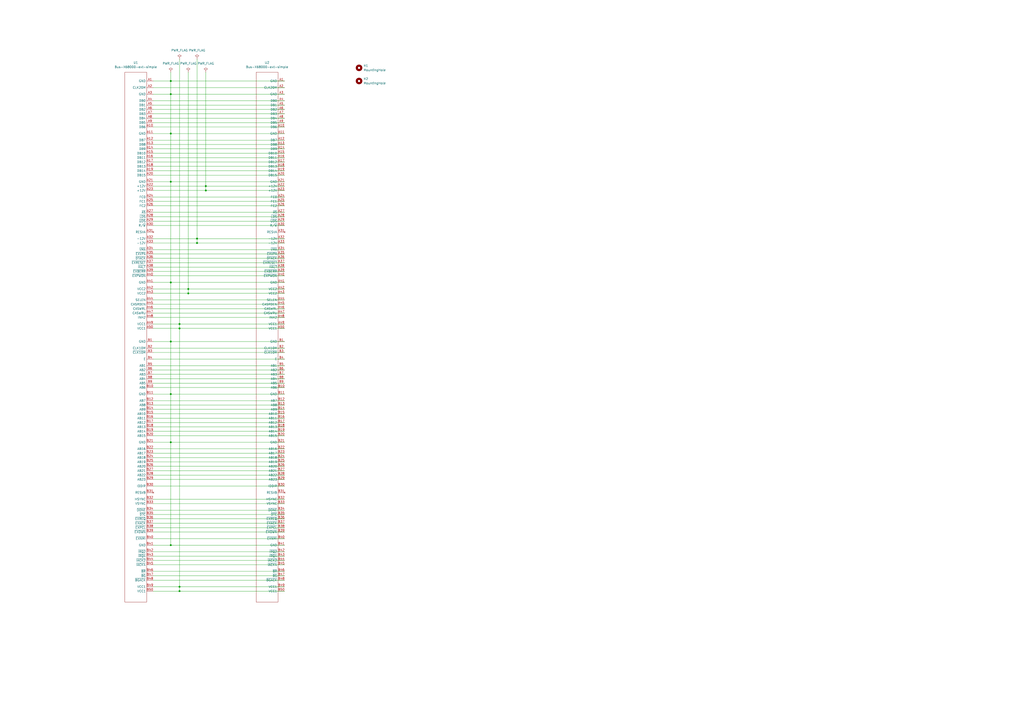
<source format=kicad_sch>
(kicad_sch (version 20211123) (generator eeschema)
  (paper "A2")
  (lib_symbols
    (symbol "Mechanical:MountingHole" (pin_names (offset 1.016))
      (property "Reference" "H" (at 0 5.08 0))
      (property "Value" "MountingHole" (at 0 3.175 0))
      (symbol "MountingHole_0_1"
        (circle (center 0 0) (radius 1.27) (stroke (width 1.27)))
      )
    )
    (symbol "power:PWR_FLAG" (power) (pin_numbers hide) (pin_names (offset 0) hide)
      (property "Value" "PWR_FLAG" (at 0 3.81 0))
      (symbol "PWR_FLAG_0_0"
        (pin power_out line (at 0 0 90) (length 0) (name "pwr") (number "1"))
      )
      (symbol "PWR_FLAG_0_1"
        (polyline (pts (xy 0 0) (xy 0 1.27) (xy -1.016 1.905) (xy 0 2.54) (xy 1.016 1.905) (xy 0 1.27)))
      )
    )
    (symbol "x68000-ext:Bus-X68000-ext-simple"
      (property "Reference" "U" (at -5.08 24.13 0))
      (property "Value" "Bus-X68000-ext-simple" (at 2.54 21.59 0))
      (symbol "Bus-X68000-ext-simple_0_1"
        (rectangle (start -6.35 17.78) (end 6.35 -289.56))
      )
      (symbol "Bus-X68000-ext-simple_1_1"
        (pin power_in line (at 10.16 12.7 180) (length 3.81) (name "GND") (number "A1"))
        (pin bidirectional line (at 10.16 -13.97 180) (length 3.81) (name "DB6") (number "A10"))
        (pin power_in line (at 10.16 -17.78 180) (length 3.81) (name "GND") (number "A11"))
        (pin bidirectional line (at 10.16 -21.59 180) (length 3.81) (name "DB7") (number "A12"))
        (pin bidirectional line (at 10.16 -24.13 180) (length 3.81) (name "DB8") (number "A13"))
        (pin bidirectional line (at 10.16 -26.67 180) (length 3.81) (name "DB9") (number "A14"))
        (pin bidirectional line (at 10.16 -29.21 180) (length 3.81) (name "DB10") (number "A15"))
        (pin bidirectional line (at 10.16 -31.75 180) (length 3.81) (name "DB11") (number "A16"))
        (pin bidirectional line (at 10.16 -34.29 180) (length 3.81) (name "DB12") (number "A17"))
        (pin bidirectional line (at 10.16 -36.83 180) (length 3.81) (name "DB13") (number "A18"))
        (pin bidirectional line (at 10.16 -39.37 180) (length 3.81) (name "DB14") (number "A19"))
        (pin output line (at 10.16 8.89 180) (length 3.81) (name "CLK20M") (number "A2"))
        (pin bidirectional line (at 10.16 -41.91 180) (length 3.81) (name "DB15") (number "A20"))
        (pin power_in line (at 10.16 -45.72 180) (length 3.81) (name "GND") (number "A21"))
        (pin power_in line (at 10.16 -48.26 180) (length 3.81) (name "+12V") (number "A22"))
        (pin power_in line (at 10.16 -50.8 180) (length 3.81) (name "+12V") (number "A23"))
        (pin bidirectional line (at 10.16 -54.61 180) (length 3.81) (name "FC0") (number "A24"))
        (pin bidirectional line (at 10.16 -57.15 180) (length 3.81) (name "FC1") (number "A25"))
        (pin bidirectional line (at 10.16 -59.69 180) (length 3.81) (name "FC2") (number "A26"))
        (pin bidirectional line (at 10.16 -63.5 180) (length 3.81) (name "~{AS}") (number "A27"))
        (pin bidirectional line (at 10.16 -66.04 180) (length 3.81) (name "~{LDS}") (number "A28"))
        (pin bidirectional line (at 10.16 -68.58 180) (length 3.81) (name "~{UDS}") (number "A29"))
        (pin power_in line (at 10.16 5.08 180) (length 3.81) (name "GND") (number "A3"))
        (pin bidirectional line (at 10.16 -71.12 180) (length 3.81) (name "R/~{W}") (number "A30"))
        (pin no_connect line (at 10.16 -74.93 180) (length 3.81) (name "RESVA") (number "A31"))
        (pin power_in line (at 10.16 -78.74 180) (length 3.81) (name "-12V") (number "A32"))
        (pin power_in line (at 10.16 -81.28 180) (length 3.81) (name "-12V") (number "A33"))
        (pin output line (at 10.16 -85.09 180) (length 3.81) (name "~{VMA}") (number "A34"))
        (pin input line (at 10.16 -87.63 180) (length 3.81) (name "~{EXVPA}") (number "A35"))
        (pin bidirectional line (at 10.16 -90.17 180) (length 3.81) (name "~{DTACK}") (number "A36"))
        (pin output line (at 10.16 -92.71 180) (length 3.81) (name "~{EXRESET}") (number "A37"))
        (pin bidirectional line (at 10.16 -95.25 180) (length 3.81) (name "~{HALT}") (number "A38"))
        (pin bidirectional line (at 10.16 -97.79 180) (length 3.81) (name "~{EXBERR}") (number "A39"))
        (pin bidirectional line (at 10.16 1.27 180) (length 3.81) (name "DB0") (number "A4"))
        (pin input line (at 10.16 -100.33 180) (length 3.81) (name "~{EXPWON}") (number "A40"))
        (pin power_in line (at 10.16 -104.14 180) (length 3.81) (name "GND") (number "A41"))
        (pin power_in line (at 10.16 -107.95 180) (length 3.81) (name "VCC2") (number "A42"))
        (pin power_in line (at 10.16 -110.49 180) (length 3.81) (name "VCC2") (number "A43"))
        (pin output line (at 10.16 -114.3 180) (length 3.81) (name "SELEN") (number "A44"))
        (pin output line (at 10.16 -116.84 180) (length 3.81) (name "CASRDEN") (number "A45"))
        (pin output line (at 10.16 -119.38 180) (length 3.81) (name "CASWRL") (number "A46"))
        (pin output line (at 10.16 -121.92 180) (length 3.81) (name "CASWRU") (number "A47"))
        (pin output line (at 10.16 -124.46 180) (length 3.81) (name "INH2") (number "A48"))
        (pin power_in line (at 10.16 -128.27 180) (length 3.81) (name "VCC1") (number "A49"))
        (pin bidirectional line (at 10.16 -1.27 180) (length 3.81) (name "DB1") (number "A5"))
        (pin power_in line (at 10.16 -130.81 180) (length 3.81) (name "VCC1") (number "A50"))
        (pin bidirectional line (at 10.16 -3.81 180) (length 3.81) (name "DB2") (number "A6"))
        (pin bidirectional line (at 10.16 -6.35 180) (length 3.81) (name "DB3") (number "A7"))
        (pin bidirectional line (at 10.16 -8.89 180) (length 3.81) (name "DB4") (number "A8"))
        (pin bidirectional line (at 10.16 -11.43 180) (length 3.81) (name "DB5") (number "A9"))
        (pin power_in line (at 10.16 -138.43 180) (length 3.81) (name "GND") (number "B1"))
        (pin bidirectional line (at 10.16 -165.1 180) (length 3.81) (name "AB6") (number "B10"))
        (pin power_in line (at 10.16 -168.91 180) (length 3.81) (name "GND") (number "B11"))
        (pin bidirectional line (at 10.16 -172.72 180) (length 3.81) (name "AB7") (number "B12"))
        (pin bidirectional line (at 10.16 -175.26 180) (length 3.81) (name "AB8") (number "B13"))
        (pin bidirectional line (at 10.16 -177.8 180) (length 3.81) (name "AB9") (number "B14"))
        (pin bidirectional line (at 10.16 -180.34 180) (length 3.81) (name "AB10") (number "B15"))
        (pin bidirectional line (at 10.16 -182.88 180) (length 3.81) (name "AB11") (number "B16"))
        (pin bidirectional line (at 10.16 -185.42 180) (length 3.81) (name "AB12") (number "B17"))
        (pin bidirectional line (at 10.16 -187.96 180) (length 3.81) (name "AB13") (number "B18"))
        (pin bidirectional line (at 10.16 -190.5 180) (length 3.81) (name "AB14") (number "B19"))
        (pin output line (at 10.16 -142.24 180) (length 3.81) (name "CLK10M") (number "B2"))
        (pin bidirectional line (at 10.16 -193.04 180) (length 3.81) (name "AB15") (number "B20"))
        (pin power_in line (at 10.16 -196.85 180) (length 3.81) (name "GND") (number "B21"))
        (pin bidirectional line (at 10.16 -200.66 180) (length 3.81) (name "AB16") (number "B22"))
        (pin bidirectional line (at 10.16 -203.2 180) (length 3.81) (name "AB17") (number "B23"))
        (pin bidirectional line (at 10.16 -205.74 180) (length 3.81) (name "AB18") (number "B24"))
        (pin bidirectional line (at 10.16 -208.28 180) (length 3.81) (name "AB19") (number "B25"))
        (pin bidirectional line (at 10.16 -210.82 180) (length 3.81) (name "AB20") (number "B26"))
        (pin bidirectional line (at 10.16 -213.36 180) (length 3.81) (name "AB21") (number "B27"))
        (pin bidirectional line (at 10.16 -215.9 180) (length 3.81) (name "AB22") (number "B28"))
        (pin bidirectional line (at 10.16 -218.44 180) (length 3.81) (name "AB23") (number "B29"))
        (pin output line (at 10.16 -144.78 180) (length 3.81) (name "~{CLK10M}") (number "B3"))
        (pin output line (at 10.16 -222.25 180) (length 3.81) (name "IDDIR") (number "B30"))
        (pin no_connect line (at 10.16 -226.06 180) (length 3.81) (name "RESVB") (number "B31"))
        (pin output line (at 10.16 -229.87 180) (length 3.81) (name "HSYNC") (number "B32"))
        (pin output line (at 10.16 -232.41 180) (length 3.81) (name "VSYNC") (number "B33"))
        (pin output line (at 10.16 -236.22 180) (length 3.81) (name "~{DONE}") (number "B34"))
        (pin input line (at 10.16 -238.76 180) (length 3.81) (name "~{DTC}") (number "B35"))
        (pin bidirectional line (at 10.16 -241.3 180) (length 3.81) (name "~{EXREQ}") (number "B36"))
        (pin output line (at 10.16 -243.84 180) (length 3.81) (name "~{EXACK}") (number "B37"))
        (pin bidirectional line (at 10.16 -246.38 180) (length 3.81) (name "~{EXPCL}") (number "B38"))
        (pin bidirectional line (at 10.16 -248.92 180) (length 3.81) (name "~{EXOWN}") (number "B39"))
        (pin output line (at 10.16 -148.59 180) (length 3.81) (name "E") (number "B4"))
        (pin bidirectional line (at 10.16 -252.73 180) (length 3.81) (name "~{EXNMI}") (number "B40"))
        (pin power_in line (at 10.16 -256.54 180) (length 3.81) (name "GND") (number "B41"))
        (pin input line (at 10.16 -260.35 180) (length 3.81) (name "~{IRQ2}") (number "B42"))
        (pin input line (at 10.16 -262.89 180) (length 3.81) (name "~{IRQ4}") (number "B43"))
        (pin output line (at 10.16 -265.43 180) (length 3.81) (name "~{IACK2}") (number "B44"))
        (pin output line (at 10.16 -267.97 180) (length 3.81) (name "~{IACK4}") (number "B45"))
        (pin input line (at 10.16 -271.78 180) (length 3.81) (name "~{BR}") (number "B46"))
        (pin output line (at 10.16 -274.32 180) (length 3.81) (name "~{BG}") (number "B47"))
        (pin input line (at 10.16 -276.86 180) (length 3.81) (name "~{BGACK}") (number "B48"))
        (pin power_in line (at 10.16 -280.67 180) (length 3.81) (name "VCC1") (number "B49"))
        (pin bidirectional line (at 10.16 -152.4 180) (length 3.81) (name "AB1") (number "B5"))
        (pin power_in line (at 10.16 -283.21 180) (length 3.81) (name "VCC1") (number "B50"))
        (pin bidirectional line (at 10.16 -154.94 180) (length 3.81) (name "AB2") (number "B6"))
        (pin bidirectional line (at 10.16 -157.48 180) (length 3.81) (name "AB3") (number "B7"))
        (pin bidirectional line (at 10.16 -160.02 180) (length 3.81) (name "AB4") (number "B8"))
        (pin bidirectional line (at 10.16 -162.56 180) (length 3.81) (name "AB5") (number "B9"))
      )
    )
    (symbol "x68000-ext:Bus-X68000-ext-simple-out"
      (property "Reference" "U" (at -5.08 24.13 0))
      (property "Value" "Bus-X68000-ext-simple-out" (at 2.54 21.59 0))
      (symbol "Bus-X68000-ext-simple-out_0_1"
        (rectangle (start -6.35 17.78) (end 6.35 -289.56))
      )
      (symbol "Bus-X68000-ext-simple-out_1_1"
        (pin power_in line (at 10.16 12.7 180) (length 3.81) (name "GND") (number "A1"))
        (pin bidirectional line (at 10.16 -13.97 180) (length 3.81) (name "DB6") (number "A10"))
        (pin power_in line (at 10.16 -17.78 180) (length 3.81) (name "GND") (number "A11"))
        (pin bidirectional line (at 10.16 -21.59 180) (length 3.81) (name "DB7") (number "A12"))
        (pin bidirectional line (at 10.16 -24.13 180) (length 3.81) (name "DB8") (number "A13"))
        (pin bidirectional line (at 10.16 -26.67 180) (length 3.81) (name "DB9") (number "A14"))
        (pin bidirectional line (at 10.16 -29.21 180) (length 3.81) (name "DB10") (number "A15"))
        (pin bidirectional line (at 10.16 -31.75 180) (length 3.81) (name "DB11") (number "A16"))
        (pin bidirectional line (at 10.16 -34.29 180) (length 3.81) (name "DB12") (number "A17"))
        (pin bidirectional line (at 10.16 -36.83 180) (length 3.81) (name "DB13") (number "A18"))
        (pin bidirectional line (at 10.16 -39.37 180) (length 3.81) (name "DB14") (number "A19"))
        (pin input line (at 10.16 8.89 180) (length 3.81) (name "CLK20M") (number "A2"))
        (pin bidirectional line (at 10.16 -41.91 180) (length 3.81) (name "DB15") (number "A20"))
        (pin power_in line (at 10.16 -45.72 180) (length 3.81) (name "GND") (number "A21"))
        (pin power_in line (at 10.16 -48.26 180) (length 3.81) (name "+12V") (number "A22"))
        (pin power_in line (at 10.16 -50.8 180) (length 3.81) (name "+12V") (number "A23"))
        (pin bidirectional line (at 10.16 -54.61 180) (length 3.81) (name "FC0") (number "A24"))
        (pin bidirectional line (at 10.16 -57.15 180) (length 3.81) (name "FC1") (number "A25"))
        (pin bidirectional line (at 10.16 -59.69 180) (length 3.81) (name "FC2") (number "A26"))
        (pin bidirectional line (at 10.16 -63.5 180) (length 3.81) (name "~{AS}") (number "A27"))
        (pin bidirectional line (at 10.16 -66.04 180) (length 3.81) (name "~{LDS}") (number "A28"))
        (pin bidirectional line (at 10.16 -68.58 180) (length 3.81) (name "~{UDS}") (number "A29"))
        (pin power_in line (at 10.16 5.08 180) (length 3.81) (name "GND") (number "A3"))
        (pin bidirectional line (at 10.16 -71.12 180) (length 3.81) (name "R/~{W}") (number "A30"))
        (pin no_connect line (at 10.16 -74.93 180) (length 3.81) (name "RESVA") (number "A31"))
        (pin power_in line (at 10.16 -78.74 180) (length 3.81) (name "-12V") (number "A32"))
        (pin power_in line (at 10.16 -81.28 180) (length 3.81) (name "-12V") (number "A33"))
        (pin input line (at 10.16 -85.09 180) (length 3.81) (name "~{VMA}") (number "A34"))
        (pin output line (at 10.16 -87.63 180) (length 3.81) (name "~{EXVPA}") (number "A35"))
        (pin bidirectional line (at 10.16 -90.17 180) (length 3.81) (name "~{DTACK}") (number "A36"))
        (pin input line (at 10.16 -92.71 180) (length 3.81) (name "~{EXRESET}") (number "A37"))
        (pin bidirectional line (at 10.16 -95.25 180) (length 3.81) (name "~{HALT}") (number "A38"))
        (pin bidirectional line (at 10.16 -97.79 180) (length 3.81) (name "~{EXBERR}") (number "A39"))
        (pin bidirectional line (at 10.16 1.27 180) (length 3.81) (name "DB0") (number "A4"))
        (pin output line (at 10.16 -100.33 180) (length 3.81) (name "~{EXPWON}") (number "A40"))
        (pin power_in line (at 10.16 -104.14 180) (length 3.81) (name "GND") (number "A41"))
        (pin power_in line (at 10.16 -107.95 180) (length 3.81) (name "VCC2") (number "A42"))
        (pin power_in line (at 10.16 -110.49 180) (length 3.81) (name "VCC2") (number "A43"))
        (pin input line (at 10.16 -114.3 180) (length 3.81) (name "SELEN") (number "A44"))
        (pin input line (at 10.16 -116.84 180) (length 3.81) (name "CASRDEN") (number "A45"))
        (pin input line (at 10.16 -119.38 180) (length 3.81) (name "CASWRL") (number "A46"))
        (pin input line (at 10.16 -121.92 180) (length 3.81) (name "CASWRU") (number "A47"))
        (pin input line (at 10.16 -124.46 180) (length 3.81) (name "INH2") (number "A48"))
        (pin power_in line (at 10.16 -128.27 180) (length 3.81) (name "VCC1") (number "A49"))
        (pin bidirectional line (at 10.16 -1.27 180) (length 3.81) (name "DB1") (number "A5"))
        (pin power_in line (at 10.16 -130.81 180) (length 3.81) (name "VCC1") (number "A50"))
        (pin bidirectional line (at 10.16 -3.81 180) (length 3.81) (name "DB2") (number "A6"))
        (pin bidirectional line (at 10.16 -6.35 180) (length 3.81) (name "DB3") (number "A7"))
        (pin bidirectional line (at 10.16 -8.89 180) (length 3.81) (name "DB4") (number "A8"))
        (pin bidirectional line (at 10.16 -11.43 180) (length 3.81) (name "DB5") (number "A9"))
        (pin power_in line (at 10.16 -138.43 180) (length 3.81) (name "GND") (number "B1"))
        (pin bidirectional line (at 10.16 -165.1 180) (length 3.81) (name "AB6") (number "B10"))
        (pin power_in line (at 10.16 -168.91 180) (length 3.81) (name "GND") (number "B11"))
        (pin bidirectional line (at 10.16 -172.72 180) (length 3.81) (name "AB7") (number "B12"))
        (pin bidirectional line (at 10.16 -175.26 180) (length 3.81) (name "AB8") (number "B13"))
        (pin bidirectional line (at 10.16 -177.8 180) (length 3.81) (name "AB9") (number "B14"))
        (pin bidirectional line (at 10.16 -180.34 180) (length 3.81) (name "AB10") (number "B15"))
        (pin bidirectional line (at 10.16 -182.88 180) (length 3.81) (name "AB11") (number "B16"))
        (pin bidirectional line (at 10.16 -185.42 180) (length 3.81) (name "AB12") (number "B17"))
        (pin bidirectional line (at 10.16 -187.96 180) (length 3.81) (name "AB13") (number "B18"))
        (pin bidirectional line (at 10.16 -190.5 180) (length 3.81) (name "AB14") (number "B19"))
        (pin input line (at 10.16 -142.24 180) (length 3.81) (name "CLK10M") (number "B2"))
        (pin bidirectional line (at 10.16 -193.04 180) (length 3.81) (name "AB15") (number "B20"))
        (pin power_in line (at 10.16 -196.85 180) (length 3.81) (name "GND") (number "B21"))
        (pin bidirectional line (at 10.16 -200.66 180) (length 3.81) (name "AB16") (number "B22"))
        (pin bidirectional line (at 10.16 -203.2 180) (length 3.81) (name "AB17") (number "B23"))
        (pin bidirectional line (at 10.16 -205.74 180) (length 3.81) (name "AB18") (number "B24"))
        (pin bidirectional line (at 10.16 -208.28 180) (length 3.81) (name "AB19") (number "B25"))
        (pin bidirectional line (at 10.16 -210.82 180) (length 3.81) (name "AB20") (number "B26"))
        (pin bidirectional line (at 10.16 -213.36 180) (length 3.81) (name "AB21") (number "B27"))
        (pin bidirectional line (at 10.16 -215.9 180) (length 3.81) (name "AB22") (number "B28"))
        (pin bidirectional line (at 10.16 -218.44 180) (length 3.81) (name "AB23") (number "B29"))
        (pin input line (at 10.16 -144.78 180) (length 3.81) (name "~{CLK10M}") (number "B3"))
        (pin input line (at 10.16 -222.25 180) (length 3.81) (name "IDDIR") (number "B30"))
        (pin no_connect line (at 10.16 -226.06 180) (length 3.81) (name "RESVB") (number "B31"))
        (pin input line (at 10.16 -229.87 180) (length 3.81) (name "HSYNC") (number "B32"))
        (pin input line (at 10.16 -232.41 180) (length 3.81) (name "VSYNC") (number "B33"))
        (pin input line (at 10.16 -236.22 180) (length 3.81) (name "~{DONE}") (number "B34"))
        (pin bidirectional line (at 10.16 -238.76 180) (length 3.81) (name "~{DTC}") (number "B35"))
        (pin input line (at 10.16 -241.3 180) (length 3.81) (name "~{EXREQ}") (number "B36"))
        (pin input line (at 10.16 -243.84 180) (length 3.81) (name "~{EXACK}") (number "B37"))
        (pin bidirectional line (at 10.16 -246.38 180) (length 3.81) (name "~{EXPCL}") (number "B38"))
        (pin bidirectional line (at 10.16 -248.92 180) (length 3.81) (name "~{EXOWN}") (number "B39"))
        (pin input line (at 10.16 -148.59 180) (length 3.81) (name "E") (number "B4"))
        (pin bidirectional line (at 10.16 -252.73 180) (length 3.81) (name "~{EXNMI}") (number "B40"))
        (pin power_in line (at 10.16 -256.54 180) (length 3.81) (name "GND") (number "B41"))
        (pin output line (at 10.16 -260.35 180) (length 3.81) (name "~{IRQ2}") (number "B42"))
        (pin output line (at 10.16 -262.89 180) (length 3.81) (name "~{IRQ4}") (number "B43"))
        (pin input line (at 10.16 -265.43 180) (length 3.81) (name "~{IACK2}") (number "B44"))
        (pin input line (at 10.16 -267.97 180) (length 3.81) (name "~{IACK4}") (number "B45"))
        (pin output line (at 10.16 -271.78 180) (length 3.81) (name "~{BR}") (number "B46"))
        (pin input line (at 10.16 -274.32 180) (length 3.81) (name "~{BG}") (number "B47"))
        (pin output line (at 10.16 -276.86 180) (length 3.81) (name "~{BGACK}") (number "B48"))
        (pin power_in line (at 10.16 -280.67 180) (length 3.81) (name "VCC1") (number "B49"))
        (pin bidirectional line (at 10.16 -152.4 180) (length 3.81) (name "AB1") (number "B5"))
        (pin power_in line (at 10.16 -283.21 180) (length 3.81) (name "VCC1") (number "B50"))
        (pin bidirectional line (at 10.16 -154.94 180) (length 3.81) (name "AB2") (number "B6"))
        (pin bidirectional line (at 10.16 -157.48 180) (length 3.81) (name "AB3") (number "B7"))
        (pin bidirectional line (at 10.16 -160.02 180) (length 3.81) (name "AB4") (number "B8"))
        (pin bidirectional line (at 10.16 -162.56 180) (length 3.81) (name "AB5") (number "B9"))
      )
    )
  )
  (junction (at 99.06 46.99))
  (junction (at 99.06 105.41))
  (junction (at 119.38 107.95))
  (junction (at 99.06 163.83))
  (junction (at 109.22 167.64))
  (junction (at 104.14 190.5))
  (junction (at 104.14 342.9))
  (junction (at 99.06 256.54))
  (junction (at 99.06 228.6))
  (junction (at 99.06 77.47))
  (junction (at 104.14 187.96))
  (junction (at 99.06 198.12))
  (junction (at 99.06 54.61))
  (junction (at 104.14 340.36))
  (junction (at 114.3 140.97))
  (junction (at 109.22 170.18))
  (junction (at 114.3 138.43))
  (junction (at 99.06 316.23))
  (junction (at 119.38 110.49))
  (wire (pts (xy 88.9 270.51) (xy 165.1 270.51)))
  (wire (pts (xy 88.9 101.6) (xy 165.1 101.6)))
  (wire (pts (xy 88.9 325.12) (xy 165.1 325.12)))
  (wire (pts (xy 109.22 41.91) (xy 109.22 167.64)))
  (wire (pts (xy 99.06 256.54) (xy 99.06 316.23)))
  (wire (pts (xy 88.9 46.99) (xy 99.06 46.99)))
  (wire (pts (xy 88.9 184.15) (xy 165.1 184.15)))
  (wire (pts (xy 88.9 125.73) (xy 165.1 125.73)))
  (wire (pts (xy 88.9 144.78) (xy 165.1 144.78)))
  (wire (pts (xy 88.9 114.3) (xy 165.1 114.3)))
  (wire (pts (xy 88.9 154.94) (xy 165.1 154.94)))
  (wire (pts (xy 88.9 63.5) (xy 165.1 63.5)))
  (wire (pts (xy 88.9 237.49) (xy 165.1 237.49)))
  (wire (pts (xy 88.9 170.18) (xy 109.22 170.18)))
  (wire (pts (xy 88.9 334.01) (xy 165.1 334.01)))
  (wire (pts (xy 88.9 275.59) (xy 165.1 275.59)))
  (wire (pts (xy 88.9 212.09) (xy 165.1 212.09)))
  (wire (pts (xy 88.9 265.43) (xy 165.1 265.43)))
  (wire (pts (xy 104.14 187.96) (xy 104.14 190.5)))
  (wire (pts (xy 88.9 336.55) (xy 165.1 336.55)))
  (wire (pts (xy 104.14 34.29) (xy 104.14 187.96)))
  (wire (pts (xy 88.9 138.43) (xy 114.3 138.43)))
  (wire (pts (xy 88.9 130.81) (xy 165.1 130.81)))
  (wire (pts (xy 99.06 54.61) (xy 165.1 54.61)))
  (wire (pts (xy 88.9 232.41) (xy 165.1 232.41)))
  (wire (pts (xy 88.9 303.53) (xy 165.1 303.53)))
  (wire (pts (xy 88.9 327.66) (xy 165.1 327.66)))
  (wire (pts (xy 88.9 208.28) (xy 165.1 208.28)))
  (wire (pts (xy 88.9 99.06) (xy 165.1 99.06)))
  (wire (pts (xy 88.9 54.61) (xy 99.06 54.61)))
  (wire (pts (xy 99.06 228.6) (xy 165.1 228.6)))
  (wire (pts (xy 114.3 138.43) (xy 165.1 138.43)))
  (wire (pts (xy 88.9 50.8) (xy 165.1 50.8)))
  (wire (pts (xy 99.06 41.91) (xy 99.06 46.99)))
  (wire (pts (xy 88.9 267.97) (xy 165.1 267.97)))
  (wire (pts (xy 99.06 46.99) (xy 165.1 46.99)))
  (wire (pts (xy 99.06 105.41) (xy 165.1 105.41)))
  (wire (pts (xy 88.9 128.27) (xy 165.1 128.27)))
  (wire (pts (xy 99.06 54.61) (xy 99.06 77.47)))
  (wire (pts (xy 99.06 198.12) (xy 99.06 228.6)))
  (wire (pts (xy 88.9 320.04) (xy 165.1 320.04)))
  (wire (pts (xy 88.9 91.44) (xy 165.1 91.44)))
  (wire (pts (xy 88.9 298.45) (xy 165.1 298.45)))
  (wire (pts (xy 88.9 256.54) (xy 99.06 256.54)))
  (wire (pts (xy 88.9 245.11) (xy 165.1 245.11)))
  (wire (pts (xy 99.06 163.83) (xy 99.06 198.12)))
  (wire (pts (xy 104.14 340.36) (xy 165.1 340.36)))
  (wire (pts (xy 99.06 256.54) (xy 165.1 256.54)))
  (wire (pts (xy 114.3 140.97) (xy 165.1 140.97)))
  (wire (pts (xy 88.9 300.99) (xy 165.1 300.99)))
  (wire (pts (xy 88.9 68.58) (xy 165.1 68.58)))
  (wire (pts (xy 88.9 278.13) (xy 165.1 278.13)))
  (wire (pts (xy 88.9 252.73) (xy 165.1 252.73)))
  (wire (pts (xy 88.9 331.47) (xy 165.1 331.47)))
  (wire (pts (xy 88.9 240.03) (xy 165.1 240.03)))
  (wire (pts (xy 88.9 110.49) (xy 119.38 110.49)))
  (wire (pts (xy 119.38 41.91) (xy 119.38 107.95)))
  (wire (pts (xy 88.9 316.23) (xy 99.06 316.23)))
  (wire (pts (xy 119.38 107.95) (xy 165.1 107.95)))
  (wire (pts (xy 88.9 93.98) (xy 165.1 93.98)))
  (wire (pts (xy 88.9 140.97) (xy 114.3 140.97)))
  (wire (pts (xy 88.9 201.93) (xy 165.1 201.93)))
  (wire (pts (xy 88.9 312.42) (xy 165.1 312.42)))
  (wire (pts (xy 88.9 88.9) (xy 165.1 88.9)))
  (wire (pts (xy 99.06 163.83) (xy 165.1 163.83)))
  (wire (pts (xy 88.9 234.95) (xy 165.1 234.95)))
  (wire (pts (xy 88.9 152.4) (xy 165.1 152.4)))
  (wire (pts (xy 88.9 204.47) (xy 165.1 204.47)))
  (wire (pts (xy 99.06 77.47) (xy 99.06 105.41)))
  (wire (pts (xy 88.9 340.36) (xy 104.14 340.36)))
  (wire (pts (xy 88.9 119.38) (xy 165.1 119.38)))
  (wire (pts (xy 88.9 224.79) (xy 165.1 224.79)))
  (wire (pts (xy 88.9 83.82) (xy 165.1 83.82)))
  (wire (pts (xy 88.9 214.63) (xy 165.1 214.63)))
  (wire (pts (xy 88.9 273.05) (xy 165.1 273.05)))
  (wire (pts (xy 88.9 250.19) (xy 165.1 250.19)))
  (wire (pts (xy 88.9 173.99) (xy 165.1 173.99)))
  (wire (pts (xy 99.06 46.99) (xy 99.06 54.61)))
  (wire (pts (xy 119.38 110.49) (xy 165.1 110.49)))
  (wire (pts (xy 88.9 157.48) (xy 165.1 157.48)))
  (wire (pts (xy 88.9 81.28) (xy 165.1 81.28)))
  (wire (pts (xy 99.06 105.41) (xy 99.06 163.83)))
  (wire (pts (xy 104.14 340.36) (xy 104.14 342.9)))
  (wire (pts (xy 88.9 262.89) (xy 165.1 262.89)))
  (wire (pts (xy 88.9 147.32) (xy 165.1 147.32)))
  (wire (pts (xy 104.14 190.5) (xy 104.14 340.36)))
  (wire (pts (xy 99.06 198.12) (xy 165.1 198.12)))
  (wire (pts (xy 88.9 292.1) (xy 165.1 292.1)))
  (wire (pts (xy 88.9 247.65) (xy 165.1 247.65)))
  (wire (pts (xy 88.9 289.56) (xy 165.1 289.56)))
  (wire (pts (xy 114.3 138.43) (xy 114.3 140.97)))
  (wire (pts (xy 88.9 322.58) (xy 165.1 322.58)))
  (wire (pts (xy 88.9 96.52) (xy 165.1 96.52)))
  (wire (pts (xy 109.22 170.18) (xy 165.1 170.18)))
  (wire (pts (xy 88.9 60.96) (xy 165.1 60.96)))
  (wire (pts (xy 99.06 228.6) (xy 99.06 256.54)))
  (wire (pts (xy 99.06 77.47) (xy 165.1 77.47)))
  (wire (pts (xy 88.9 260.35) (xy 165.1 260.35)))
  (wire (pts (xy 88.9 163.83) (xy 99.06 163.83)))
  (wire (pts (xy 88.9 222.25) (xy 165.1 222.25)))
  (wire (pts (xy 88.9 228.6) (xy 99.06 228.6)))
  (wire (pts (xy 109.22 167.64) (xy 165.1 167.64)))
  (wire (pts (xy 88.9 77.47) (xy 99.06 77.47)))
  (wire (pts (xy 88.9 281.94) (xy 165.1 281.94)))
  (wire (pts (xy 99.06 316.23) (xy 165.1 316.23)))
  (wire (pts (xy 119.38 107.95) (xy 119.38 110.49)))
  (wire (pts (xy 114.3 34.29) (xy 114.3 138.43)))
  (wire (pts (xy 88.9 181.61) (xy 165.1 181.61)))
  (wire (pts (xy 88.9 160.02) (xy 165.1 160.02)))
  (wire (pts (xy 88.9 107.95) (xy 119.38 107.95)))
  (wire (pts (xy 88.9 116.84) (xy 165.1 116.84)))
  (wire (pts (xy 88.9 176.53) (xy 165.1 176.53)))
  (wire (pts (xy 88.9 179.07) (xy 165.1 179.07)))
  (wire (pts (xy 104.14 342.9) (xy 165.1 342.9)))
  (wire (pts (xy 88.9 190.5) (xy 104.14 190.5)))
  (wire (pts (xy 88.9 167.64) (xy 109.22 167.64)))
  (wire (pts (xy 88.9 123.19) (xy 165.1 123.19)))
  (wire (pts (xy 88.9 86.36) (xy 165.1 86.36)))
  (wire (pts (xy 109.22 167.64) (xy 109.22 170.18)))
  (wire (pts (xy 88.9 66.04) (xy 165.1 66.04)))
  (wire (pts (xy 88.9 73.66) (xy 165.1 73.66)))
  (wire (pts (xy 88.9 295.91) (xy 165.1 295.91)))
  (wire (pts (xy 104.14 190.5) (xy 165.1 190.5)))
  (wire (pts (xy 88.9 149.86) (xy 165.1 149.86)))
  (wire (pts (xy 88.9 71.12) (xy 165.1 71.12)))
  (wire (pts (xy 88.9 219.71) (xy 165.1 219.71)))
  (wire (pts (xy 88.9 217.17) (xy 165.1 217.17)))
  (wire (pts (xy 88.9 198.12) (xy 99.06 198.12)))
  (wire (pts (xy 88.9 58.42) (xy 165.1 58.42)))
  (wire (pts (xy 104.14 187.96) (xy 165.1 187.96)))
  (wire (pts (xy 88.9 308.61) (xy 165.1 308.61)))
  (wire (pts (xy 88.9 187.96) (xy 104.14 187.96)))
  (wire (pts (xy 88.9 105.41) (xy 99.06 105.41)))
  (wire (pts (xy 88.9 242.57) (xy 165.1 242.57)))
  (wire (pts (xy 88.9 306.07) (xy 165.1 306.07)))
  (wire (pts (xy 88.9 342.9) (xy 104.14 342.9)))
  (symbol (lib_id "Mechanical:MountingHole") (at 208.28 39.37 0) (unit 1)
    (property "Reference" "H1" (at 210.82 38.0999 0) (effects (justify left)))
    (property "Value" "MountingHole" (at 210.82 40.6399 0) (effects (justify left)))
    (property "Footprint" "MountingHole:MountingHole_3.2mm_M3" (effects hide))
  )
  (symbol (lib_id "x68000-ext:Bus-X68000-ext-simple") (at 78.74 59.69 0) (unit 1)
    (property "Reference" "U1" (at 78.74 36.322 0))
    (property "Value" "Bus-X68000-ext-simple" (at 78.74 38.862 0))
    (property "Footprint" "x68000-ext:x68000-ext-cardedge-long" (effects hide))
  )
  (symbol (lib_id "power:PWR_FLAG") (at 114.3 34.29 0) (unit 1)
    (property "Reference" "#FLG0104" (effects hide))
    (property "Value" "PWR_FLAG" (at 114.3 29.21 0))
  )
  (symbol (lib_id "power:PWR_FLAG") (at 99.06 41.91 0) (unit 1)
    (property "Reference" "#FLG0101" (effects hide))
    (property "Value" "PWR_FLAG" (at 99.06 36.83 0))
  )
  (symbol (lib_id "x68000-ext:Bus-X68000-ext-simple-out") (at 154.94 59.69 0) (unit 1)
    (property "Reference" "U2" (at 154.94 36.322 0))
    (property "Value" "Bus-X68000-ext-simple" (at 154.94 38.862 0))
    (property "Footprint" "x68000-ext:Hirose-CR22-100D-2.54DS(70)" (effects hide))
  )
  (symbol (lib_id "power:PWR_FLAG") (at 109.22 41.91 0) (unit 1)
    (property "Reference" "#FLG0103" (effects hide))
    (property "Value" "PWR_FLAG" (at 109.22 36.83 0))
  )
  (symbol (lib_id "power:PWR_FLAG") (at 119.38 41.91 0) (unit 1)
    (property "Reference" "#FLG0105" (effects hide))
    (property "Value" "PWR_FLAG" (at 119.38 36.83 0))
  )
  (symbol (lib_id "power:PWR_FLAG") (at 104.14 34.29 0) (unit 1)
    (property "Reference" "#FLG0102" (effects hide))
    (property "Value" "PWR_FLAG" (at 104.14 29.21 0))
  )
  (symbol (lib_id "Mechanical:MountingHole") (at 208.28 46.99 0) (unit 1)
    (property "Reference" "H2" (at 210.82 45.7199 0) (effects (justify left)))
    (property "Value" "MountingHole" (at 210.82 48.2599 0) (effects (justify left)))
    (property "Footprint" "MountingHole:MountingHole_3.2mm_M3" (effects hide))
  )
)
</source>
